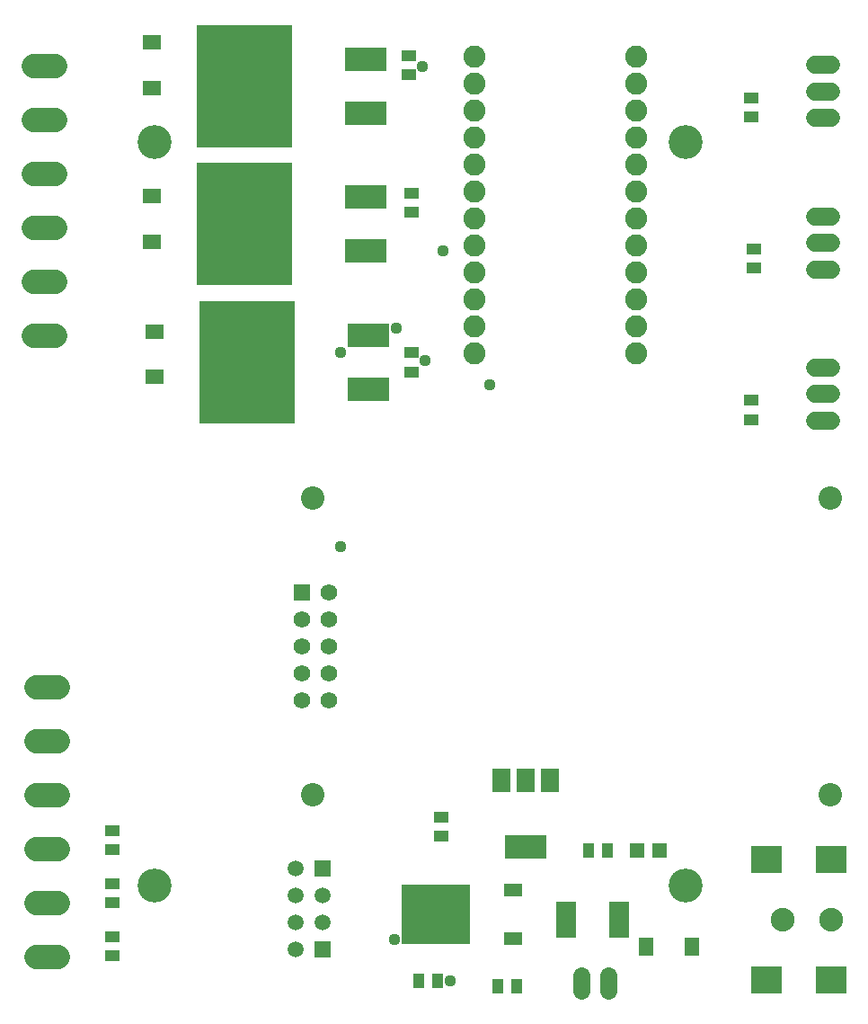
<source format=gbr>
G04 EAGLE Gerber RS-274X export*
G75*
%MOMM*%
%FSLAX34Y34*%
%LPD*%
%AMOC8*
5,1,8,0,0,1.08239X$1,22.5*%
G01*
%ADD10C,3.203200*%
%ADD11R,1.403200X1.003200*%
%ADD12R,1.403200X1.403200*%
%ADD13R,1.473200X1.673200*%
%ADD14R,1.003200X1.403200*%
%ADD15R,1.983200X3.403200*%
%ADD16R,1.701800X2.209800*%
%ADD17R,4.013200X2.209800*%
%ADD18R,3.003200X2.603200*%
%ADD19C,2.235200*%
%ADD20R,6.403200X5.603200*%
%ADD21R,1.803200X1.203200*%
%ADD22C,1.625600*%
%ADD23R,1.673200X1.473200*%
%ADD24R,4.013200X2.286000*%
%ADD25R,9.093200X11.633200*%
%ADD26C,1.727200*%
%ADD27R,1.511200X1.511200*%
%ADD28C,1.511200*%
%ADD29C,2.082800*%
%ADD30C,2.203200*%
%ADD31C,1.561200*%
%ADD32R,1.561200X1.561200*%
%ADD33C,2.298700*%
%ADD34C,1.109600*%


D10*
X172500Y832500D03*
X672500Y832500D03*
X172500Y132500D03*
X672500Y132500D03*
D11*
X442500Y178500D03*
X442500Y196500D03*
D12*
X648000Y165000D03*
X627000Y165000D03*
D13*
X679000Y75000D03*
X636000Y75000D03*
D14*
X439000Y42500D03*
X421000Y42500D03*
X599000Y165000D03*
X581000Y165000D03*
D15*
X609900Y100000D03*
X560100Y100000D03*
D16*
X545106Y231496D03*
X522246Y231496D03*
X499386Y231496D03*
D17*
X522500Y168504D03*
D18*
X810000Y43000D03*
X810000Y157000D03*
X749000Y43000D03*
X749000Y157000D03*
D19*
X810000Y100000D03*
X764280Y100000D03*
D20*
X437500Y105000D03*
D21*
X510500Y82200D03*
X510500Y127800D03*
D14*
X496000Y37500D03*
X514000Y37500D03*
D22*
X600200Y32888D02*
X600200Y47112D01*
X574800Y47112D02*
X574800Y32888D01*
D11*
X412500Y914000D03*
X412500Y896000D03*
D23*
X170000Y883500D03*
X170000Y926500D03*
D24*
X371400Y859600D03*
X371400Y910400D03*
D25*
X257100Y885000D03*
D11*
X735000Y589000D03*
X735000Y571000D03*
D26*
X794880Y620000D02*
X810120Y620000D01*
X810120Y595000D02*
X794880Y595000D01*
X794880Y570000D02*
X810120Y570000D01*
D11*
X737500Y731500D03*
X737500Y713500D03*
D26*
X794880Y762500D02*
X810120Y762500D01*
X810120Y737500D02*
X794880Y737500D01*
X794880Y712500D02*
X810120Y712500D01*
D11*
X415000Y784000D03*
X415000Y766000D03*
D23*
X170000Y738500D03*
X170000Y781500D03*
D24*
X371400Y729600D03*
X371400Y780400D03*
D25*
X257100Y755000D03*
D27*
X331125Y148250D03*
X331125Y72050D03*
D28*
X331125Y122850D03*
X331125Y97450D03*
X305725Y97450D03*
X305725Y122850D03*
X305725Y148250D03*
X305725Y72050D03*
D29*
X626200Y633000D03*
X626200Y658400D03*
X626200Y683800D03*
X626200Y709200D03*
X626200Y734600D03*
X626200Y760000D03*
X626200Y785400D03*
X626200Y810800D03*
X626200Y836200D03*
X626200Y861600D03*
X626200Y887000D03*
X626200Y912400D03*
X473800Y912400D03*
X473800Y887000D03*
X473800Y861600D03*
X473800Y836200D03*
X473800Y810800D03*
X473800Y785400D03*
X473800Y760000D03*
X473800Y734600D03*
X473800Y709200D03*
X473800Y683800D03*
X473800Y658400D03*
X473800Y633000D03*
D30*
X809240Y217800D03*
X321560Y217800D03*
X809240Y497200D03*
X321560Y497200D03*
D31*
X311400Y382900D03*
X311400Y357500D03*
X311400Y332100D03*
X311400Y306700D03*
X336800Y306700D03*
X336800Y332100D03*
X336800Y357500D03*
X336800Y382900D03*
X336800Y408300D03*
D32*
X311400Y408300D03*
D33*
X78778Y904500D02*
X57823Y904500D01*
X57823Y853700D02*
X78778Y853700D01*
X78778Y650500D02*
X57823Y650500D01*
X57823Y802900D02*
X78778Y802900D01*
X78778Y752100D02*
X57823Y752100D01*
X57823Y701300D02*
X78778Y701300D01*
X81278Y319500D02*
X60323Y319500D01*
X60323Y268700D02*
X81278Y268700D01*
X81278Y65500D02*
X60323Y65500D01*
X60323Y217900D02*
X81278Y217900D01*
X81278Y167100D02*
X60323Y167100D01*
X60323Y116300D02*
X81278Y116300D01*
D11*
X415000Y634000D03*
X415000Y616000D03*
D23*
X172500Y611000D03*
X172500Y654000D03*
D24*
X373900Y599600D03*
X373900Y650400D03*
D25*
X259600Y625000D03*
D11*
X735000Y874000D03*
X735000Y856000D03*
D26*
X794880Y905000D02*
X810120Y905000D01*
X810120Y880000D02*
X794880Y880000D01*
X794880Y855000D02*
X810120Y855000D01*
D11*
X132500Y184000D03*
X132500Y166000D03*
X132500Y134000D03*
X132500Y116000D03*
X132500Y84000D03*
X132500Y66000D03*
D34*
X427625Y627000D03*
X451000Y42625D03*
X400125Y657250D03*
X424875Y903375D03*
X398750Y81125D03*
X488125Y603625D03*
X347875Y451000D03*
X444125Y730125D03*
X347875Y633875D03*
M02*

</source>
